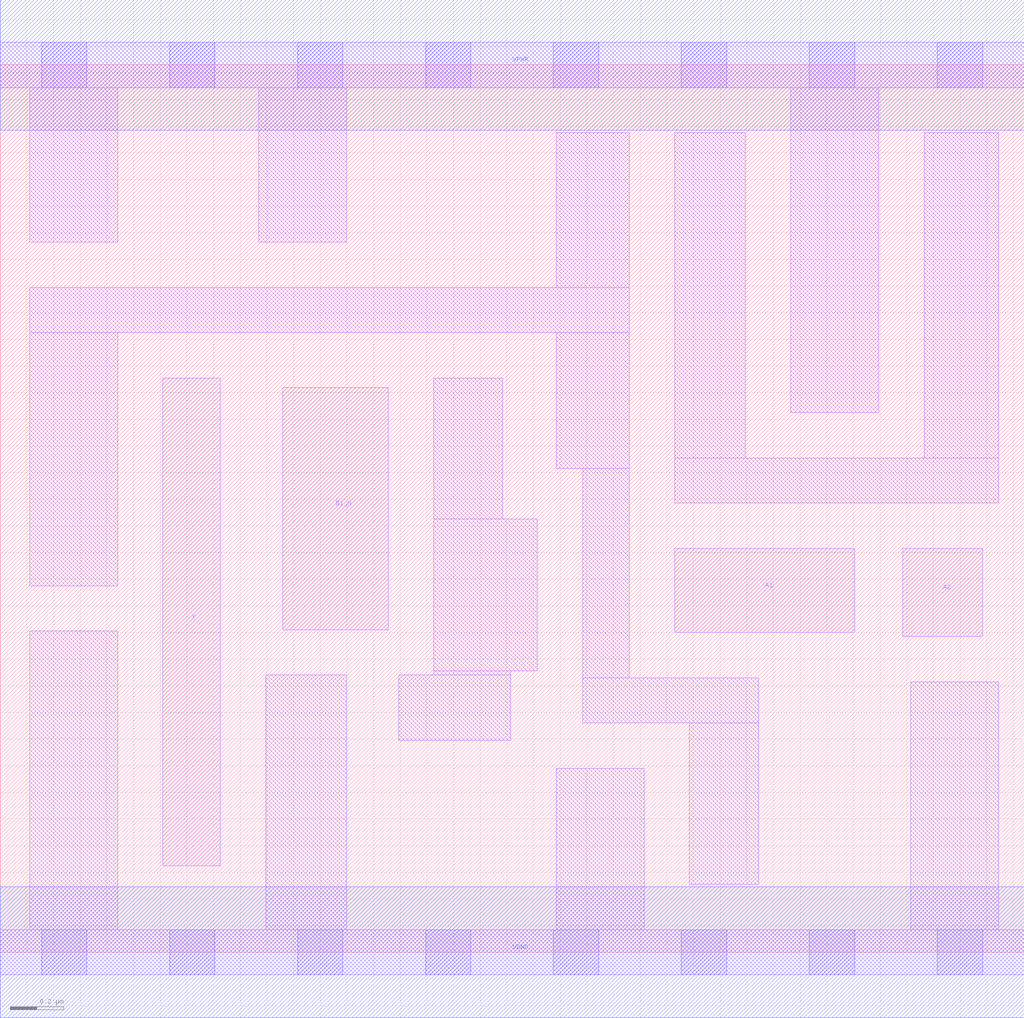
<source format=lef>
# Copyright 2020 The SkyWater PDK Authors
#
# Licensed under the Apache License, Version 2.0 (the "License");
# you may not use this file except in compliance with the License.
# You may obtain a copy of the License at
#
#     https://www.apache.org/licenses/LICENSE-2.0
#
# Unless required by applicable law or agreed to in writing, software
# distributed under the License is distributed on an "AS IS" BASIS,
# WITHOUT WARRANTIES OR CONDITIONS OF ANY KIND, either express or implied.
# See the License for the specific language governing permissions and
# limitations under the License.
#
# SPDX-License-Identifier: Apache-2.0

VERSION 5.7 ;
  NAMESCASESENSITIVE ON ;
  NOWIREEXTENSIONATPIN ON ;
  DIVIDERCHAR "/" ;
  BUSBITCHARS "[]" ;
UNITS
  DATABASE MICRONS 200 ;
END UNITS
MACRO sky130_fd_sc_lp__a21bo_2
  CLASS CORE ;
  SOURCE USER ;
  FOREIGN sky130_fd_sc_lp__a21bo_2 ;
  ORIGIN  0.000000  0.000000 ;
  SIZE  3.840000 BY  3.330000 ;
  SYMMETRY X Y R90 ;
  SITE unit ;
  PIN A1
    ANTENNAGATEAREA  0.315000 ;
    DIRECTION INPUT ;
    USE SIGNAL ;
    PORT
      LAYER li1 ;
        RECT 2.530000 1.200000 3.205000 1.515000 ;
    END
  END A1
  PIN A2
    ANTENNAGATEAREA  0.315000 ;
    DIRECTION INPUT ;
    USE SIGNAL ;
    PORT
      LAYER li1 ;
        RECT 3.385000 1.185000 3.685000 1.515000 ;
    END
  END A2
  PIN B1_N
    ANTENNAGATEAREA  0.126000 ;
    DIRECTION INPUT ;
    USE SIGNAL ;
    PORT
      LAYER li1 ;
        RECT 1.060000 1.210000 1.455000 2.120000 ;
    END
  END B1_N
  PIN X
    ANTENNADIFFAREA  0.588000 ;
    DIRECTION OUTPUT ;
    USE SIGNAL ;
    PORT
      LAYER li1 ;
        RECT 0.610000 0.325000 0.825000 2.155000 ;
    END
  END X
  PIN VGND
    DIRECTION INOUT ;
    USE GROUND ;
    PORT
      LAYER met1 ;
        RECT 0.000000 -0.245000 3.840000 0.245000 ;
    END
  END VGND
  PIN VPWR
    DIRECTION INOUT ;
    USE POWER ;
    PORT
      LAYER met1 ;
        RECT 0.000000 3.085000 3.840000 3.575000 ;
    END
  END VPWR
  OBS
    LAYER li1 ;
      RECT 0.000000 -0.085000 3.840000 0.085000 ;
      RECT 0.000000  3.245000 3.840000 3.415000 ;
      RECT 0.110000  0.085000 0.440000 1.205000 ;
      RECT 0.110000  1.375000 0.440000 2.325000 ;
      RECT 0.110000  2.325000 2.360000 2.495000 ;
      RECT 0.110000  2.665000 0.440000 3.245000 ;
      RECT 0.970000  2.665000 1.300000 3.245000 ;
      RECT 0.995000  0.085000 1.300000 1.040000 ;
      RECT 1.495000  0.795000 1.915000 1.040000 ;
      RECT 1.625000  1.040000 1.915000 1.055000 ;
      RECT 1.625000  1.055000 2.015000 1.625000 ;
      RECT 1.625000  1.625000 1.885000 2.155000 ;
      RECT 2.085000  0.085000 2.415000 0.690000 ;
      RECT 2.085000  1.815000 2.360000 2.325000 ;
      RECT 2.085000  2.495000 2.360000 3.075000 ;
      RECT 2.185000  0.860000 2.845000 1.030000 ;
      RECT 2.185000  1.030000 2.360000 1.815000 ;
      RECT 2.530000  1.685000 3.745000 1.855000 ;
      RECT 2.530000  1.855000 2.795000 3.075000 ;
      RECT 2.585000  0.255000 2.845000 0.860000 ;
      RECT 2.965000  2.025000 3.295000 3.245000 ;
      RECT 3.415000  0.085000 3.745000 1.015000 ;
      RECT 3.465000  1.855000 3.745000 3.075000 ;
    LAYER mcon ;
      RECT 0.155000 -0.085000 0.325000 0.085000 ;
      RECT 0.155000  3.245000 0.325000 3.415000 ;
      RECT 0.635000 -0.085000 0.805000 0.085000 ;
      RECT 0.635000  3.245000 0.805000 3.415000 ;
      RECT 1.115000 -0.085000 1.285000 0.085000 ;
      RECT 1.115000  3.245000 1.285000 3.415000 ;
      RECT 1.595000 -0.085000 1.765000 0.085000 ;
      RECT 1.595000  3.245000 1.765000 3.415000 ;
      RECT 2.075000 -0.085000 2.245000 0.085000 ;
      RECT 2.075000  3.245000 2.245000 3.415000 ;
      RECT 2.555000 -0.085000 2.725000 0.085000 ;
      RECT 2.555000  3.245000 2.725000 3.415000 ;
      RECT 3.035000 -0.085000 3.205000 0.085000 ;
      RECT 3.035000  3.245000 3.205000 3.415000 ;
      RECT 3.515000 -0.085000 3.685000 0.085000 ;
      RECT 3.515000  3.245000 3.685000 3.415000 ;
  END
END sky130_fd_sc_lp__a21bo_2
END LIBRARY

</source>
